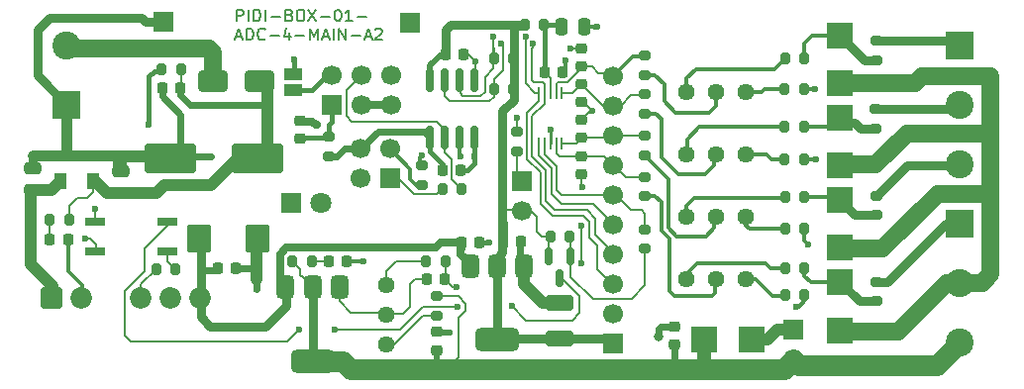
<source format=gbr>
%TF.GenerationSoftware,KiCad,Pcbnew,9.0.6*%
%TF.CreationDate,2025-12-12T12:45:13+00:00*%
%TF.ProjectId,PIDI-BOX-01-ADC-4-MAIN-A2,50494449-2d42-44f5-982d-30312d414443,rev?*%
%TF.SameCoordinates,Original*%
%TF.FileFunction,Copper,L1,Top*%
%TF.FilePolarity,Positive*%
%FSLAX46Y46*%
G04 Gerber Fmt 4.6, Leading zero omitted, Abs format (unit mm)*
G04 Created by KiCad (PCBNEW 9.0.6) date 2025-12-12 12:45:13*
%MOMM*%
%LPD*%
G01*
G04 APERTURE LIST*
G04 Aperture macros list*
%AMRoundRect*
0 Rectangle with rounded corners*
0 $1 Rounding radius*
0 $2 $3 $4 $5 $6 $7 $8 $9 X,Y pos of 4 corners*
0 Add a 4 corners polygon primitive as box body*
4,1,4,$2,$3,$4,$5,$6,$7,$8,$9,$2,$3,0*
0 Add four circle primitives for the rounded corners*
1,1,$1+$1,$2,$3*
1,1,$1+$1,$4,$5*
1,1,$1+$1,$6,$7*
1,1,$1+$1,$8,$9*
0 Add four rect primitives between the rounded corners*
20,1,$1+$1,$2,$3,$4,$5,0*
20,1,$1+$1,$4,$5,$6,$7,0*
20,1,$1+$1,$6,$7,$8,$9,0*
20,1,$1+$1,$8,$9,$2,$3,0*%
G04 Aperture macros list end*
%ADD10C,0.150000*%
%TA.AperFunction,NonConductor*%
%ADD11C,0.150000*%
%TD*%
%TA.AperFunction,SMDPad,CuDef*%
%ADD12RoundRect,0.200000X-0.200000X-0.275000X0.200000X-0.275000X0.200000X0.275000X-0.200000X0.275000X0*%
%TD*%
%TA.AperFunction,SMDPad,CuDef*%
%ADD13RoundRect,0.200000X0.200000X0.275000X-0.200000X0.275000X-0.200000X-0.275000X0.200000X-0.275000X0*%
%TD*%
%TA.AperFunction,SMDPad,CuDef*%
%ADD14R,1.750000X0.650000*%
%TD*%
%TA.AperFunction,SMDPad,CuDef*%
%ADD15R,1.500000X1.000000*%
%TD*%
%TA.AperFunction,SMDPad,CuDef*%
%ADD16RoundRect,0.225000X0.250000X-0.225000X0.250000X0.225000X-0.250000X0.225000X-0.250000X-0.225000X0*%
%TD*%
%TA.AperFunction,SMDPad,CuDef*%
%ADD17RoundRect,0.225000X-0.225000X-0.250000X0.225000X-0.250000X0.225000X0.250000X-0.225000X0.250000X0*%
%TD*%
%TA.AperFunction,SMDPad,CuDef*%
%ADD18RoundRect,0.200000X-0.275000X0.200000X-0.275000X-0.200000X0.275000X-0.200000X0.275000X0.200000X0*%
%TD*%
%TA.AperFunction,SMDPad,CuDef*%
%ADD19RoundRect,0.150000X-0.150000X0.587500X-0.150000X-0.587500X0.150000X-0.587500X0.150000X0.587500X0*%
%TD*%
%TA.AperFunction,SMDPad,CuDef*%
%ADD20R,2.260600X2.209800*%
%TD*%
%TA.AperFunction,SMDPad,CuDef*%
%ADD21RoundRect,0.225000X0.225000X0.250000X-0.225000X0.250000X-0.225000X-0.250000X0.225000X-0.250000X0*%
%TD*%
%TA.AperFunction,SMDPad,CuDef*%
%ADD22R,0.250000X1.100000*%
%TD*%
%TA.AperFunction,ComponentPad*%
%ADD23R,1.800000X1.800000*%
%TD*%
%TA.AperFunction,ComponentPad*%
%ADD24C,1.800000*%
%TD*%
%TA.AperFunction,ComponentPad*%
%ADD25R,1.700000X1.700000*%
%TD*%
%TA.AperFunction,ComponentPad*%
%ADD26C,1.700000*%
%TD*%
%TA.AperFunction,SMDPad,CuDef*%
%ADD27RoundRect,0.200000X0.275000X-0.200000X0.275000X0.200000X-0.275000X0.200000X-0.275000X-0.200000X0*%
%TD*%
%TA.AperFunction,SMDPad,CuDef*%
%ADD28RoundRect,0.225000X-0.250000X0.225000X-0.250000X-0.225000X0.250000X-0.225000X0.250000X0.225000X0*%
%TD*%
%TA.AperFunction,ComponentPad*%
%ADD29R,2.400000X2.400000*%
%TD*%
%TA.AperFunction,ComponentPad*%
%ADD30C,2.400000*%
%TD*%
%TA.AperFunction,SMDPad,CuDef*%
%ADD31RoundRect,0.250000X1.000000X0.650000X-1.000000X0.650000X-1.000000X-0.650000X1.000000X-0.650000X0*%
%TD*%
%TA.AperFunction,SMDPad,CuDef*%
%ADD32RoundRect,0.250000X0.945000X-0.420000X0.945000X0.420000X-0.945000X0.420000X-0.945000X-0.420000X0*%
%TD*%
%TA.AperFunction,SMDPad,CuDef*%
%ADD33RoundRect,0.375000X-0.375000X0.625000X-0.375000X-0.625000X0.375000X-0.625000X0.375000X0.625000X0*%
%TD*%
%TA.AperFunction,SMDPad,CuDef*%
%ADD34RoundRect,0.500000X-1.400000X0.500000X-1.400000X-0.500000X1.400000X-0.500000X1.400000X0.500000X0*%
%TD*%
%TA.AperFunction,SMDPad,CuDef*%
%ADD35RoundRect,0.150000X0.150000X-0.825000X0.150000X0.825000X-0.150000X0.825000X-0.150000X-0.825000X0*%
%TD*%
%TA.AperFunction,SMDPad,CuDef*%
%ADD36RoundRect,0.250000X0.475000X-0.250000X0.475000X0.250000X-0.475000X0.250000X-0.475000X-0.250000X0*%
%TD*%
%TA.AperFunction,ComponentPad*%
%ADD37C,1.440000*%
%TD*%
%TA.AperFunction,ComponentPad*%
%ADD38RoundRect,0.250000X0.675000X-0.675000X0.675000X0.675000X-0.675000X0.675000X-0.675000X-0.675000X0*%
%TD*%
%TA.AperFunction,ComponentPad*%
%ADD39C,1.850000*%
%TD*%
%TA.AperFunction,SMDPad,CuDef*%
%ADD40RoundRect,0.218750X0.218750X0.256250X-0.218750X0.256250X-0.218750X-0.256250X0.218750X-0.256250X0*%
%TD*%
%TA.AperFunction,SMDPad,CuDef*%
%ADD41R,1.000000X1.400000*%
%TD*%
%TA.AperFunction,SMDPad,CuDef*%
%ADD42RoundRect,0.250000X1.950000X1.000000X-1.950000X1.000000X-1.950000X-1.000000X1.950000X-1.000000X0*%
%TD*%
%TA.AperFunction,SMDPad,CuDef*%
%ADD43R,2.209800X2.260600*%
%TD*%
%TA.AperFunction,SMDPad,CuDef*%
%ADD44RoundRect,0.250000X-0.250000X-0.475000X0.250000X-0.475000X0.250000X0.475000X-0.250000X0.475000X0*%
%TD*%
%TA.AperFunction,SMDPad,CuDef*%
%ADD45RoundRect,0.250000X-0.785000X-0.945000X0.785000X-0.945000X0.785000X0.945000X-0.785000X0.945000X0*%
%TD*%
%TA.AperFunction,ViaPad*%
%ADD46C,0.600000*%
%TD*%
%TA.AperFunction,ViaPad*%
%ADD47C,0.800000*%
%TD*%
%TA.AperFunction,Conductor*%
%ADD48C,0.200000*%
%TD*%
%TA.AperFunction,Conductor*%
%ADD49C,1.000000*%
%TD*%
%TA.AperFunction,Conductor*%
%ADD50C,0.600000*%
%TD*%
%TA.AperFunction,Conductor*%
%ADD51C,1.200000*%
%TD*%
%TA.AperFunction,Conductor*%
%ADD52C,0.300000*%
%TD*%
%TA.AperFunction,Conductor*%
%ADD53C,1.500000*%
%TD*%
%TA.AperFunction,Conductor*%
%ADD54C,0.500000*%
%TD*%
%TA.AperFunction,Conductor*%
%ADD55C,0.400000*%
%TD*%
%TA.AperFunction,Conductor*%
%ADD56C,0.250000*%
%TD*%
%TA.AperFunction,Conductor*%
%ADD57C,0.800000*%
%TD*%
%TA.AperFunction,Conductor*%
%ADD58C,0.700000*%
%TD*%
%TA.AperFunction,Conductor*%
%ADD59C,0.900000*%
%TD*%
%TA.AperFunction,Conductor*%
%ADD60C,1.800000*%
%TD*%
G04 APERTURE END LIST*
D10*
D11*
X126336779Y-57684875D02*
X126336779Y-56684875D01*
X126336779Y-56684875D02*
X126717731Y-56684875D01*
X126717731Y-56684875D02*
X126812969Y-56732494D01*
X126812969Y-56732494D02*
X126860588Y-56780113D01*
X126860588Y-56780113D02*
X126908207Y-56875351D01*
X126908207Y-56875351D02*
X126908207Y-57018208D01*
X126908207Y-57018208D02*
X126860588Y-57113446D01*
X126860588Y-57113446D02*
X126812969Y-57161065D01*
X126812969Y-57161065D02*
X126717731Y-57208684D01*
X126717731Y-57208684D02*
X126336779Y-57208684D01*
X127336779Y-57684875D02*
X127336779Y-56684875D01*
X127812969Y-57684875D02*
X127812969Y-56684875D01*
X127812969Y-56684875D02*
X128051064Y-56684875D01*
X128051064Y-56684875D02*
X128193921Y-56732494D01*
X128193921Y-56732494D02*
X128289159Y-56827732D01*
X128289159Y-56827732D02*
X128336778Y-56922970D01*
X128336778Y-56922970D02*
X128384397Y-57113446D01*
X128384397Y-57113446D02*
X128384397Y-57256303D01*
X128384397Y-57256303D02*
X128336778Y-57446779D01*
X128336778Y-57446779D02*
X128289159Y-57542017D01*
X128289159Y-57542017D02*
X128193921Y-57637256D01*
X128193921Y-57637256D02*
X128051064Y-57684875D01*
X128051064Y-57684875D02*
X127812969Y-57684875D01*
X128812969Y-57684875D02*
X128812969Y-56684875D01*
X129289159Y-57303922D02*
X130051064Y-57303922D01*
X130860587Y-57161065D02*
X131003444Y-57208684D01*
X131003444Y-57208684D02*
X131051063Y-57256303D01*
X131051063Y-57256303D02*
X131098682Y-57351541D01*
X131098682Y-57351541D02*
X131098682Y-57494398D01*
X131098682Y-57494398D02*
X131051063Y-57589636D01*
X131051063Y-57589636D02*
X131003444Y-57637256D01*
X131003444Y-57637256D02*
X130908206Y-57684875D01*
X130908206Y-57684875D02*
X130527254Y-57684875D01*
X130527254Y-57684875D02*
X130527254Y-56684875D01*
X130527254Y-56684875D02*
X130860587Y-56684875D01*
X130860587Y-56684875D02*
X130955825Y-56732494D01*
X130955825Y-56732494D02*
X131003444Y-56780113D01*
X131003444Y-56780113D02*
X131051063Y-56875351D01*
X131051063Y-56875351D02*
X131051063Y-56970589D01*
X131051063Y-56970589D02*
X131003444Y-57065827D01*
X131003444Y-57065827D02*
X130955825Y-57113446D01*
X130955825Y-57113446D02*
X130860587Y-57161065D01*
X130860587Y-57161065D02*
X130527254Y-57161065D01*
X131717730Y-56684875D02*
X131908206Y-56684875D01*
X131908206Y-56684875D02*
X132003444Y-56732494D01*
X132003444Y-56732494D02*
X132098682Y-56827732D01*
X132098682Y-56827732D02*
X132146301Y-57018208D01*
X132146301Y-57018208D02*
X132146301Y-57351541D01*
X132146301Y-57351541D02*
X132098682Y-57542017D01*
X132098682Y-57542017D02*
X132003444Y-57637256D01*
X132003444Y-57637256D02*
X131908206Y-57684875D01*
X131908206Y-57684875D02*
X131717730Y-57684875D01*
X131717730Y-57684875D02*
X131622492Y-57637256D01*
X131622492Y-57637256D02*
X131527254Y-57542017D01*
X131527254Y-57542017D02*
X131479635Y-57351541D01*
X131479635Y-57351541D02*
X131479635Y-57018208D01*
X131479635Y-57018208D02*
X131527254Y-56827732D01*
X131527254Y-56827732D02*
X131622492Y-56732494D01*
X131622492Y-56732494D02*
X131717730Y-56684875D01*
X132479635Y-56684875D02*
X133146301Y-57684875D01*
X133146301Y-56684875D02*
X132479635Y-57684875D01*
X133527254Y-57303922D02*
X134289159Y-57303922D01*
X134955825Y-56684875D02*
X135051063Y-56684875D01*
X135051063Y-56684875D02*
X135146301Y-56732494D01*
X135146301Y-56732494D02*
X135193920Y-56780113D01*
X135193920Y-56780113D02*
X135241539Y-56875351D01*
X135241539Y-56875351D02*
X135289158Y-57065827D01*
X135289158Y-57065827D02*
X135289158Y-57303922D01*
X135289158Y-57303922D02*
X135241539Y-57494398D01*
X135241539Y-57494398D02*
X135193920Y-57589636D01*
X135193920Y-57589636D02*
X135146301Y-57637256D01*
X135146301Y-57637256D02*
X135051063Y-57684875D01*
X135051063Y-57684875D02*
X134955825Y-57684875D01*
X134955825Y-57684875D02*
X134860587Y-57637256D01*
X134860587Y-57637256D02*
X134812968Y-57589636D01*
X134812968Y-57589636D02*
X134765349Y-57494398D01*
X134765349Y-57494398D02*
X134717730Y-57303922D01*
X134717730Y-57303922D02*
X134717730Y-57065827D01*
X134717730Y-57065827D02*
X134765349Y-56875351D01*
X134765349Y-56875351D02*
X134812968Y-56780113D01*
X134812968Y-56780113D02*
X134860587Y-56732494D01*
X134860587Y-56732494D02*
X134955825Y-56684875D01*
X136241539Y-57684875D02*
X135670111Y-57684875D01*
X135955825Y-57684875D02*
X135955825Y-56684875D01*
X135955825Y-56684875D02*
X135860587Y-56827732D01*
X135860587Y-56827732D02*
X135765349Y-56922970D01*
X135765349Y-56922970D02*
X135670111Y-56970589D01*
X136670111Y-57303922D02*
X137432016Y-57303922D01*
X126289160Y-59009104D02*
X126765350Y-59009104D01*
X126193922Y-59294819D02*
X126527255Y-58294819D01*
X126527255Y-58294819D02*
X126860588Y-59294819D01*
X127193922Y-59294819D02*
X127193922Y-58294819D01*
X127193922Y-58294819D02*
X127432017Y-58294819D01*
X127432017Y-58294819D02*
X127574874Y-58342438D01*
X127574874Y-58342438D02*
X127670112Y-58437676D01*
X127670112Y-58437676D02*
X127717731Y-58532914D01*
X127717731Y-58532914D02*
X127765350Y-58723390D01*
X127765350Y-58723390D02*
X127765350Y-58866247D01*
X127765350Y-58866247D02*
X127717731Y-59056723D01*
X127717731Y-59056723D02*
X127670112Y-59151961D01*
X127670112Y-59151961D02*
X127574874Y-59247200D01*
X127574874Y-59247200D02*
X127432017Y-59294819D01*
X127432017Y-59294819D02*
X127193922Y-59294819D01*
X128765350Y-59199580D02*
X128717731Y-59247200D01*
X128717731Y-59247200D02*
X128574874Y-59294819D01*
X128574874Y-59294819D02*
X128479636Y-59294819D01*
X128479636Y-59294819D02*
X128336779Y-59247200D01*
X128336779Y-59247200D02*
X128241541Y-59151961D01*
X128241541Y-59151961D02*
X128193922Y-59056723D01*
X128193922Y-59056723D02*
X128146303Y-58866247D01*
X128146303Y-58866247D02*
X128146303Y-58723390D01*
X128146303Y-58723390D02*
X128193922Y-58532914D01*
X128193922Y-58532914D02*
X128241541Y-58437676D01*
X128241541Y-58437676D02*
X128336779Y-58342438D01*
X128336779Y-58342438D02*
X128479636Y-58294819D01*
X128479636Y-58294819D02*
X128574874Y-58294819D01*
X128574874Y-58294819D02*
X128717731Y-58342438D01*
X128717731Y-58342438D02*
X128765350Y-58390057D01*
X129193922Y-58913866D02*
X129955827Y-58913866D01*
X130860588Y-58628152D02*
X130860588Y-59294819D01*
X130622493Y-58247200D02*
X130384398Y-58961485D01*
X130384398Y-58961485D02*
X131003445Y-58961485D01*
X131384398Y-58913866D02*
X132146303Y-58913866D01*
X132622493Y-59294819D02*
X132622493Y-58294819D01*
X132622493Y-58294819D02*
X132955826Y-59009104D01*
X132955826Y-59009104D02*
X133289159Y-58294819D01*
X133289159Y-58294819D02*
X133289159Y-59294819D01*
X133717731Y-59009104D02*
X134193921Y-59009104D01*
X133622493Y-59294819D02*
X133955826Y-58294819D01*
X133955826Y-58294819D02*
X134289159Y-59294819D01*
X134622493Y-59294819D02*
X134622493Y-58294819D01*
X135098683Y-59294819D02*
X135098683Y-58294819D01*
X135098683Y-58294819D02*
X135670111Y-59294819D01*
X135670111Y-59294819D02*
X135670111Y-58294819D01*
X136146302Y-58913866D02*
X136908207Y-58913866D01*
X137336778Y-59009104D02*
X137812968Y-59009104D01*
X137241540Y-59294819D02*
X137574873Y-58294819D01*
X137574873Y-58294819D02*
X137908206Y-59294819D01*
X138193921Y-58390057D02*
X138241540Y-58342438D01*
X138241540Y-58342438D02*
X138336778Y-58294819D01*
X138336778Y-58294819D02*
X138574873Y-58294819D01*
X138574873Y-58294819D02*
X138670111Y-58342438D01*
X138670111Y-58342438D02*
X138717730Y-58390057D01*
X138717730Y-58390057D02*
X138765349Y-58485295D01*
X138765349Y-58485295D02*
X138765349Y-58580533D01*
X138765349Y-58580533D02*
X138717730Y-58723390D01*
X138717730Y-58723390D02*
X138146302Y-59294819D01*
X138146302Y-59294819D02*
X138765349Y-59294819D01*
D12*
%TO.P,R31,1*%
%TO.N,+3V3*%
X153149800Y-76073000D03*
%TO.P,R31,2*%
%TO.N,Net-(Q1-B)*%
X154799800Y-76073000D03*
%TD*%
D13*
%TO.P,R20,1*%
%TO.N,Net-(CR2-Pad1)*%
X174865800Y-60883800D03*
%TO.P,R20,2*%
%TO.N,Net-(R20-Pad2)*%
X173215800Y-60883800D03*
%TD*%
D14*
%TO.P,IC1,1*%
%TO.N,Net-(IC1-Pad1)*%
X120423000Y-77368400D03*
%TO.P,IC1,2*%
%TO.N,Net-(Q1-C)*%
X120423000Y-74828400D03*
%TO.P,IC1,3,E*%
%TO.N,Net-(IC1-E)*%
X114273000Y-74828400D03*
%TO.P,IC1,4,C*%
%TO.N,Net-(IC1-C)*%
X114273000Y-77368400D03*
%TD*%
D15*
%TO.P,JP1,1,A*%
%TO.N,Net-(IC1-C)*%
X131216400Y-62240400D03*
%TO.P,JP1,2,B*%
%TO.N,Net-(J2-Pin_2)*%
X131216400Y-63540400D03*
%TD*%
D16*
%TO.P,C15,1*%
%TO.N,AIN3*%
X155829000Y-61582600D03*
%TO.P,C15,2*%
%TO.N,GND*%
X155829000Y-60032600D03*
%TD*%
D17*
%TO.P,C3,1*%
%TO.N,+3V3*%
X149085000Y-76504800D03*
%TO.P,C3,2*%
%TO.N,GND*%
X150635000Y-76504800D03*
%TD*%
%TO.P,C8,1*%
%TO.N,Net-(U3-ADJ)*%
X142582600Y-79705200D03*
%TO.P,C8,2*%
%TO.N,GND*%
X144132600Y-79705200D03*
%TD*%
D13*
%TO.P,R22,1*%
%TO.N,Net-(CR4-Pad1)*%
X174879000Y-72745600D03*
%TO.P,R22,2*%
%TO.N,Net-(R22-Pad2)*%
X173229000Y-72745600D03*
%TD*%
D18*
%TO.P,R3,1*%
%TO.N,Net-(J2-Pin_6)*%
X142200000Y-70025000D03*
%TO.P,R3,2*%
%TO.N,Net-(J3-Pin_3)*%
X142200000Y-71675000D03*
%TD*%
D19*
%TO.P,Q1,1,B*%
%TO.N,Net-(Q1-B)*%
X154924800Y-77827900D03*
%TO.P,Q1,2,E*%
%TO.N,+3V3*%
X153024800Y-77827900D03*
%TO.P,Q1,3,C*%
%TO.N,Net-(Q1-C)*%
X153974800Y-79702900D03*
%TD*%
D20*
%TO.P,CR3,1,1*%
%TO.N,Net-(CR3-Pad1)*%
X177901600Y-65925700D03*
%TO.P,CR3,2,2*%
%TO.N,GND*%
X177901600Y-70015100D03*
%TD*%
D21*
%TO.P,C21,1*%
%TO.N,+12V*%
X121525000Y-63425600D03*
%TO.P,C21,2*%
%TO.N,Net-(D2-K)*%
X119975000Y-63425600D03*
%TD*%
D22*
%TO.P,U4,1,ADDR*%
%TO.N,ADDR*%
X152162000Y-68113800D03*
%TO.P,U4,2,ALERT/RDY*%
%TO.N,RDY*%
X152662000Y-68113800D03*
%TO.P,U4,3,GND*%
%TO.N,GND*%
X153162000Y-68113800D03*
%TO.P,U4,4,AIN0*%
%TO.N,AIN0*%
X153662000Y-68113800D03*
%TO.P,U4,5,AIN1*%
%TO.N,AIN1*%
X154162000Y-68113800D03*
%TO.P,U4,6,AIN2*%
%TO.N,AIN2*%
X154162000Y-63813800D03*
%TO.P,U4,7,AIN3*%
%TO.N,AIN3*%
X153662000Y-63813800D03*
%TO.P,U4,8,VDD*%
%TO.N,Net-(U4-VDD)*%
X153162000Y-63813800D03*
%TO.P,U4,9,SDA*%
%TO.N,SDA2*%
X152662000Y-63813800D03*
%TO.P,U4,10,SCL*%
%TO.N,SCL2*%
X152162000Y-63813800D03*
%TD*%
D23*
%TO.P,D3,1,K*%
%TO.N,Net-(D2-K)*%
X131030000Y-73200000D03*
D24*
%TO.P,D3,2,A*%
%TO.N,Net-(D3-A)*%
X133570000Y-73200000D03*
%TD*%
D12*
%TO.P,R7,1*%
%TO.N,SCL2*%
X148349200Y-60833000D03*
%TO.P,R7,2*%
%TO.N,+3V3*%
X149999200Y-60833000D03*
%TD*%
D18*
%TO.P,R5,1*%
%TO.N,+4-7Vext*%
X143459200Y-81217000D03*
%TO.P,R5,2*%
%TO.N,Net-(R5-Pad2)*%
X143459200Y-82867000D03*
%TD*%
D25*
%TO.P,J10,1,Pin_1*%
%TO.N,Net-(D2-K)*%
X120075000Y-57750000D03*
%TD*%
%TO.P,J1,1,Pin_1*%
%TO.N,+3V3*%
X158521400Y-85217000D03*
D26*
%TO.P,J1,2,Pin_2*%
%TO.N,GND*%
X158521400Y-82677000D03*
%TO.P,J1,3,Pin_3*%
%TO.N,SCL2*%
X158521400Y-80137000D03*
%TO.P,J1,4,Pin_4*%
%TO.N,SDA2*%
X158521400Y-77597000D03*
%TO.P,J1,5,Pin_5*%
%TO.N,ADDR*%
X158521400Y-75057000D03*
%TO.P,J1,6,Pin_6*%
%TO.N,RDY*%
X158521400Y-72517000D03*
%TO.P,J1,7,Pin_7*%
%TO.N,AIN0*%
X158521400Y-69977000D03*
%TO.P,J1,8,Pin_8*%
%TO.N,AIN1*%
X158521400Y-67437000D03*
%TO.P,J1,9,Pin_9*%
%TO.N,AIN2*%
X158521400Y-64897000D03*
%TO.P,J1,10,Pin_10*%
%TO.N,AIN3*%
X158521400Y-62357000D03*
%TD*%
D20*
%TO.P,CR4,1,1*%
%TO.N,Net-(CR4-Pad1)*%
X177901600Y-72961500D03*
%TO.P,CR4,2,2*%
%TO.N,GND*%
X177901600Y-77050900D03*
%TD*%
D16*
%TO.P,C6,1*%
%TO.N,+4-7Vext*%
X143459200Y-85814200D03*
%TO.P,C6,2*%
%TO.N,GND*%
X143459200Y-84264200D03*
%TD*%
D27*
%TO.P,R11,1*%
%TO.N,Net-(R11-Pad1)*%
X161239200Y-62293000D03*
%TO.P,R11,2*%
%TO.N,AIN3*%
X161239200Y-60643000D03*
%TD*%
D12*
%TO.P,R19,1*%
%TO.N,Net-(D2-A)*%
X110375000Y-74700000D03*
%TO.P,R19,2*%
%TO.N,+12V*%
X112025000Y-74700000D03*
%TD*%
D17*
%TO.P,C13,1*%
%TO.N,Net-(U4-VDD)*%
X152666400Y-62026800D03*
%TO.P,C13,2*%
%TO.N,GND*%
X154216400Y-62026800D03*
%TD*%
D28*
%TO.P,C16,1*%
%TO.N,AIN2*%
X155829000Y-63055200D03*
%TO.P,C16,2*%
%TO.N,GND*%
X155829000Y-64605200D03*
%TD*%
D27*
%TO.P,R13,1*%
%TO.N,Net-(R13-Pad1)*%
X161239200Y-69151000D03*
%TO.P,R13,2*%
%TO.N,AIN1*%
X161239200Y-67501000D03*
%TD*%
D29*
%TO.P,J6,1,1*%
%TO.N,Net-(J6-Pad1)*%
X188163200Y-59791600D03*
D30*
%TO.P,J6,2,2*%
%TO.N,Net-(J6-Pad2)*%
X188163200Y-64871600D03*
%TO.P,J6,3,3*%
%TO.N,Net-(J6-Pad3)*%
X188163200Y-69951600D03*
%TD*%
D12*
%TO.P,R15,1*%
%TO.N,Net-(R15-Pad1)*%
X173190400Y-63500000D03*
%TO.P,R15,2*%
%TO.N,GND*%
X174840400Y-63500000D03*
%TD*%
D18*
%TO.P,R27,1*%
%TO.N,Net-(J7-Pad1)*%
X181025800Y-79997800D03*
%TO.P,R27,2*%
%TO.N,Net-(CR5-Pad1)*%
X181025800Y-81647800D03*
%TD*%
D16*
%TO.P,C9,1*%
%TO.N,+4-7Vext*%
X163775000Y-85350000D03*
%TO.P,C9,2*%
%TO.N,GND*%
X163775000Y-83800000D03*
%TD*%
D20*
%TO.P,CR2,1,1*%
%TO.N,Net-(CR2-Pad1)*%
X177901600Y-58877200D03*
%TO.P,CR2,2,2*%
%TO.N,GND*%
X177901600Y-62966600D03*
%TD*%
D17*
%TO.P,C5,1*%
%TO.N,Net-(J3-Pin_2)*%
X143975000Y-70450000D03*
%TO.P,C5,2*%
%TO.N,Net-(IC1-E)*%
X145525000Y-70450000D03*
%TD*%
D31*
%TO.P,D4,1,K*%
%TO.N,+12V*%
X128300000Y-62800000D03*
%TO.P,D4,2,A*%
%TO.N,Net-(D4-A)*%
X124300000Y-62800000D03*
%TD*%
D32*
%TO.P,C2,1*%
%TO.N,+3V3*%
X153924000Y-84852000D03*
%TO.P,C2,2*%
%TO.N,GND*%
X153924000Y-81772000D03*
%TD*%
D29*
%TO.P,J7,1,1*%
%TO.N,Net-(J7-Pad1)*%
X188163200Y-74980800D03*
D30*
%TO.P,J7,2,2*%
%TO.N,GND*%
X188163200Y-80060800D03*
%TO.P,J7,3,3*%
%TO.N,+4-7Vext*%
X188163200Y-85140800D03*
%TD*%
D33*
%TO.P,U3,1,ADJ*%
%TO.N,Net-(U3-ADJ)*%
X135137500Y-80450000D03*
%TO.P,U3,2,VO*%
%TO.N,+4-7Vext*%
X132837500Y-80450000D03*
D34*
X132837500Y-86750000D03*
D33*
%TO.P,U3,3,VI*%
%TO.N,+9V*%
X130537500Y-80450000D03*
%TD*%
D35*
%TO.P,U2,1,VDD1*%
%TO.N,Net-(J3-Pin_2)*%
X142889200Y-67651400D03*
%TO.P,U2,2,SDA1*%
%TO.N,Net-(J2-Pin_4)*%
X144159200Y-67651400D03*
%TO.P,U2,3,SCL1*%
%TO.N,Net-(J2-Pin_6)*%
X145429200Y-67651400D03*
%TO.P,U2,4,GND1*%
%TO.N,Net-(IC1-E)*%
X146699200Y-67651400D03*
%TO.P,U2,5,GND2*%
%TO.N,GND*%
X146699200Y-62701400D03*
%TO.P,U2,6,SCL2*%
%TO.N,SCL2*%
X145429200Y-62701400D03*
%TO.P,U2,7,SDA2*%
%TO.N,SDA2*%
X144159200Y-62701400D03*
%TO.P,U2,8,VDD2*%
%TO.N,+3V3*%
X142889200Y-62701400D03*
%TD*%
D12*
%TO.P,R16,1*%
%TO.N,Net-(R16-Pad1)*%
X173190400Y-69494400D03*
%TO.P,R16,2*%
%TO.N,GND*%
X174840400Y-69494400D03*
%TD*%
D27*
%TO.P,R14,1*%
%TO.N,Net-(R14-Pad1)*%
X161239200Y-72656200D03*
%TO.P,R14,2*%
%TO.N,AIN0*%
X161239200Y-71006200D03*
%TD*%
D25*
%TO.P,J3,1,Pin_1*%
%TO.N,Net-(J3-Pin_1)*%
X139500000Y-71150000D03*
D26*
%TO.P,J3,2,Pin_2*%
%TO.N,Net-(J3-Pin_2)*%
X136960000Y-71150000D03*
%TO.P,J3,3,Pin_3*%
%TO.N,Net-(J3-Pin_3)*%
X139500000Y-68610000D03*
%TO.P,J3,4,Pin_4*%
%TO.N,Net-(J3-Pin_2)*%
X136960000Y-68610000D03*
%TD*%
D29*
%TO.P,J8,1,1*%
%TO.N,Net-(D2-K)*%
X111810800Y-64820800D03*
D30*
%TO.P,J8,2,2*%
%TO.N,Net-(D4-A)*%
X111810800Y-59740800D03*
%TD*%
D36*
%TO.P,C19,1*%
%TO.N,+12V*%
X116450000Y-72400000D03*
%TO.P,C19,2*%
%TO.N,Net-(D2-K)*%
X116450000Y-70500000D03*
%TD*%
D27*
%TO.P,R1,1*%
%TO.N,Net-(J3-Pin_2)*%
X134188200Y-69227200D03*
%TO.P,R1,2*%
%TO.N,/+5V I2C BUS*%
X134188200Y-67577200D03*
%TD*%
D16*
%TO.P,C1,1*%
%TO.N,/+5V I2C BUS*%
X131800600Y-67754800D03*
%TO.P,C1,2*%
%TO.N,Net-(IC1-E)*%
X131800600Y-66204800D03*
%TD*%
D25*
%TO.P,J9,1,Pin_1*%
%TO.N,GND*%
X141150000Y-57800000D03*
%TD*%
D37*
%TO.P,RV1,1,1*%
%TO.N,Net-(R6-Pad1)*%
X139136200Y-80213200D03*
%TO.P,RV1,2,2*%
%TO.N,Net-(U3-ADJ)*%
X139136200Y-82753200D03*
%TO.P,RV1,3,3*%
%TO.N,Net-(R5-Pad2)*%
X139136200Y-85293200D03*
%TD*%
D25*
%TO.P,J5,1,Pin_1*%
%TO.N,Net-(J5-Pin_1)*%
X150749000Y-71369000D03*
D26*
%TO.P,J5,2,Pin_2*%
%TO.N,+3V3*%
X150749000Y-73909000D03*
%TD*%
D37*
%TO.P,RV3,1,1*%
%TO.N,Net-(R21-Pad2)*%
X164820000Y-69100000D03*
%TO.P,RV3,2,2*%
%TO.N,Net-(R12-Pad1)*%
X167360000Y-69100000D03*
%TO.P,RV3,3,3*%
%TO.N,Net-(R16-Pad1)*%
X169900000Y-69100000D03*
%TD*%
D12*
%TO.P,R28,1*%
%TO.N,Net-(D3-A)*%
X119925000Y-61800000D03*
%TO.P,R28,2*%
%TO.N,+12V*%
X121575000Y-61800000D03*
%TD*%
D13*
%TO.P,R4,1*%
%TO.N,Net-(D1-A)*%
X132752600Y-78232000D03*
%TO.P,R4,2*%
%TO.N,+4-7Vext*%
X131102600Y-78232000D03*
%TD*%
D18*
%TO.P,R26,1*%
%TO.N,Net-(J6-Pad3)*%
X181025800Y-72606400D03*
%TO.P,R26,2*%
%TO.N,Net-(CR4-Pad1)*%
X181025800Y-74256400D03*
%TD*%
D13*
%TO.P,R10,1*%
%TO.N,Net-(U4-VDD)*%
X152615400Y-57988200D03*
%TO.P,R10,2*%
%TO.N,+3V3*%
X150965400Y-57988200D03*
%TD*%
D38*
%TO.P,PS1,1,+Vin*%
%TO.N,Net-(PS1-+Vin)*%
X110550800Y-81385600D03*
D39*
%TO.P,PS1,2,-Vin*%
%TO.N,Net-(D2-K)*%
X113090800Y-81385600D03*
%TO.P,PS1,4,-Vout*%
%TO.N,GND*%
X118170800Y-81385600D03*
%TO.P,PS1,5,0V*%
%TO.N,unconnected-(PS1-0V-Pad5)*%
X120710800Y-81385600D03*
%TO.P,PS1,6,+Vout*%
%TO.N,+9V*%
X123250800Y-81385600D03*
%TD*%
D13*
%TO.P,R21,1*%
%TO.N,Net-(CR3-Pad1)*%
X174853600Y-66725800D03*
%TO.P,R21,2*%
%TO.N,Net-(R21-Pad2)*%
X173203600Y-66725800D03*
%TD*%
D40*
%TO.P,D1,1,K*%
%TO.N,GND*%
X135763100Y-78232000D03*
%TO.P,D1,2,A*%
%TO.N,Net-(D1-A)*%
X134188100Y-78232000D03*
%TD*%
%TO.P,D2,1,K*%
%TO.N,Net-(D2-K)*%
X111936700Y-76351000D03*
%TO.P,D2,2,A*%
%TO.N,Net-(D2-A)*%
X110361700Y-76351000D03*
%TD*%
D12*
%TO.P,R29,1*%
%TO.N,GND*%
X119469400Y-78892400D03*
%TO.P,R29,2*%
%TO.N,Net-(IC1-Pad1)*%
X121119400Y-78892400D03*
%TD*%
D33*
%TO.P,U1,1,GND*%
%TO.N,GND*%
X150904000Y-78638400D03*
%TO.P,U1,2,VO*%
%TO.N,+3V3*%
X148604000Y-78638400D03*
D34*
X148604000Y-84938400D03*
D33*
%TO.P,U1,3,VI*%
%TO.N,+9V*%
X146304000Y-78638400D03*
%TD*%
D41*
%TO.P,L1,1,1*%
%TO.N,+12V*%
X114075000Y-71400000D03*
%TO.P,L1,2,2*%
%TO.N,Net-(PS1-+Vin)*%
X111275000Y-71400000D03*
%TD*%
D42*
%TO.P,C20,1*%
%TO.N,+12V*%
X128100000Y-69375000D03*
%TO.P,C20,2*%
%TO.N,Net-(D2-K)*%
X120700000Y-69375000D03*
%TD*%
D12*
%TO.P,R6,1*%
%TO.N,Net-(R6-Pad1)*%
X142532600Y-78181200D03*
%TO.P,R6,2*%
%TO.N,GND*%
X144182600Y-78181200D03*
%TD*%
D43*
%TO.P,CR1,1,1*%
%TO.N,GND*%
X170369700Y-84875000D03*
%TO.P,CR1,2,2*%
%TO.N,+4-7Vext*%
X166280300Y-84875000D03*
%TD*%
D17*
%TO.P,C4,1*%
%TO.N,+9V*%
X145529000Y-76581000D03*
%TO.P,C4,2*%
%TO.N,GND*%
X147079000Y-76581000D03*
%TD*%
D27*
%TO.P,R9,1*%
%TO.N,Net-(J5-Pin_1)*%
X150317200Y-68820800D03*
%TO.P,R9,2*%
%TO.N,GND*%
X150317200Y-67170800D03*
%TD*%
%TO.P,R12,1*%
%TO.N,Net-(R12-Pad1)*%
X161239200Y-65569600D03*
%TO.P,R12,2*%
%TO.N,AIN2*%
X161239200Y-63919600D03*
%TD*%
D12*
%TO.P,R18,1*%
%TO.N,Net-(R18-Pad1)*%
X173215800Y-81102200D03*
%TO.P,R18,2*%
%TO.N,GND*%
X174865800Y-81102200D03*
%TD*%
D44*
%TO.P,C12,1*%
%TO.N,Net-(U4-VDD)*%
X154142400Y-58166000D03*
%TO.P,C12,2*%
%TO.N,GND*%
X156042400Y-58166000D03*
%TD*%
D37*
%TO.P,RV4,1,1*%
%TO.N,Net-(R22-Pad2)*%
X164820000Y-74425000D03*
%TO.P,RV4,2,2*%
%TO.N,Net-(R13-Pad1)*%
X167360000Y-74425000D03*
%TO.P,RV4,3,3*%
%TO.N,Net-(R17-Pad1)*%
X169900000Y-74425000D03*
%TD*%
D20*
%TO.P,CR5,1,1*%
%TO.N,Net-(CR5-Pad1)*%
X177952400Y-80022700D03*
%TO.P,CR5,2,2*%
%TO.N,GND*%
X177952400Y-84112100D03*
%TD*%
D25*
%TO.P,J2,1,Pin_1*%
%TO.N,/+5V I2C BUS*%
X134467600Y-64846200D03*
D26*
%TO.P,J2,2,Pin_2*%
%TO.N,Net-(J2-Pin_2)*%
X134467600Y-62306200D03*
%TO.P,J2,3,Pin_3*%
%TO.N,Net-(IC1-E)*%
X137007600Y-64846200D03*
%TO.P,J2,4,Pin_4*%
%TO.N,Net-(J2-Pin_4)*%
X137007600Y-62306200D03*
%TO.P,J2,5,Pin_5*%
%TO.N,Net-(IC1-E)*%
X139547600Y-64846200D03*
%TO.P,J2,6,Pin_6*%
%TO.N,Net-(J2-Pin_6)*%
X139547600Y-62306200D03*
%TD*%
D18*
%TO.P,R24,1*%
%TO.N,Net-(J6-Pad1)*%
X181025800Y-59360800D03*
%TO.P,R24,2*%
%TO.N,Net-(CR2-Pad1)*%
X181025800Y-61010800D03*
%TD*%
%TO.P,R25,1*%
%TO.N,Net-(J6-Pad2)*%
X180924200Y-65215000D03*
%TO.P,R25,2*%
%TO.N,Net-(CR3-Pad1)*%
X180924200Y-66865000D03*
%TD*%
D16*
%TO.P,C17,1*%
%TO.N,AIN1*%
X155829000Y-67653200D03*
%TO.P,C17,2*%
%TO.N,GND*%
X155829000Y-66103200D03*
%TD*%
D17*
%TO.P,C7,1*%
%TO.N,+3V3*%
X144195200Y-60528200D03*
%TO.P,C7,2*%
%TO.N,GND*%
X145745200Y-60528200D03*
%TD*%
D12*
%TO.P,R17,1*%
%TO.N,Net-(R17-Pad1)*%
X173229000Y-75438000D03*
%TO.P,R17,2*%
%TO.N,GND*%
X174879000Y-75438000D03*
%TD*%
D37*
%TO.P,RV5,1,1*%
%TO.N,Net-(R23-Pad2)*%
X164820000Y-79750000D03*
%TO.P,RV5,2,2*%
%TO.N,Net-(R14-Pad1)*%
X167360000Y-79750000D03*
%TO.P,RV5,3,3*%
%TO.N,Net-(R18-Pad1)*%
X169900000Y-79750000D03*
%TD*%
D28*
%TO.P,C18,1*%
%TO.N,AIN0*%
X155803600Y-69214400D03*
%TO.P,C18,2*%
%TO.N,GND*%
X155803600Y-70764400D03*
%TD*%
D45*
%TO.P,C10,1*%
%TO.N,+9V*%
X123158400Y-76250800D03*
%TO.P,C10,2*%
%TO.N,GND*%
X128098400Y-76250800D03*
%TD*%
D36*
%TO.P,C14,1*%
%TO.N,Net-(PS1-+Vin)*%
X108939200Y-72139600D03*
%TO.P,C14,2*%
%TO.N,Net-(D2-K)*%
X108939200Y-70239600D03*
%TD*%
D12*
%TO.P,R8,1*%
%TO.N,SDA2*%
X148362400Y-63474600D03*
%TO.P,R8,2*%
%TO.N,+3V3*%
X150012400Y-63474600D03*
%TD*%
D25*
%TO.P,J4,1,Pin_1*%
%TO.N,GND*%
X173939200Y-84099400D03*
D26*
%TO.P,J4,2,Pin_2*%
%TO.N,+4-7Vext*%
X173939200Y-86639400D03*
%TD*%
D27*
%TO.P,R30,1*%
%TO.N,Net-(Q1-B)*%
X161264600Y-77126600D03*
%TO.P,R30,2*%
%TO.N,RDY*%
X161264600Y-75476600D03*
%TD*%
D17*
%TO.P,C11,1*%
%TO.N,+9V*%
X124751800Y-78841600D03*
%TO.P,C11,2*%
%TO.N,GND*%
X126301800Y-78841600D03*
%TD*%
D13*
%TO.P,R23,1*%
%TO.N,Net-(CR5-Pad1)*%
X174904400Y-78790800D03*
%TO.P,R23,2*%
%TO.N,Net-(R23-Pad2)*%
X173254400Y-78790800D03*
%TD*%
%TO.P,R2,1*%
%TO.N,Net-(J2-Pin_4)*%
X145575000Y-72000000D03*
%TO.P,R2,2*%
%TO.N,Net-(J3-Pin_1)*%
X143925000Y-72000000D03*
%TD*%
D37*
%TO.P,RV2,1,1*%
%TO.N,Net-(R20-Pad2)*%
X164810000Y-63750000D03*
%TO.P,RV2,2,2*%
%TO.N,Net-(R11-Pad1)*%
X167350000Y-63750000D03*
%TO.P,RV2,3,3*%
%TO.N,Net-(R15-Pad1)*%
X169890000Y-63750000D03*
%TD*%
D46*
%TO.N,GND*%
X155905200Y-71831200D03*
X151688800Y-80924400D03*
D47*
X162407600Y-84683600D03*
D46*
X174218600Y-82092800D03*
X175920400Y-69494400D03*
X154914600Y-59994800D03*
X128066800Y-80619600D03*
X137160000Y-78181200D03*
X175768000Y-63500000D03*
X128066800Y-79806800D03*
X153162000Y-66954400D03*
X146735800Y-61137800D03*
X147904200Y-76581000D03*
X128050000Y-79044800D03*
X150342600Y-65963800D03*
X156718000Y-65328800D03*
X157149800Y-58191400D03*
X151180800Y-80416400D03*
X144526000Y-84277200D03*
X150585200Y-77266800D03*
X175234600Y-76784200D03*
X145135600Y-80416400D03*
X154432000Y-61061600D03*
%TO.N,Net-(IC1-E)*%
X114225000Y-73750000D03*
X146650000Y-69250000D03*
X133172200Y-66550000D03*
%TO.N,Net-(D2-K)*%
X124155200Y-69265800D03*
%TO.N,Net-(J2-Pin_6)*%
X145450000Y-69250000D03*
X142184000Y-69189600D03*
%TO.N,SCL2*%
X148310600Y-58978800D03*
X151053800Y-58978800D03*
%TO.N,Net-(IC1-C)*%
X113385600Y-76301600D03*
X131267200Y-60909200D03*
%TO.N,SDA2*%
X148996400Y-59588400D03*
X151688800Y-59588400D03*
%TO.N,Net-(D3-A)*%
X118850000Y-66500000D03*
%TO.N,Net-(Q1-C)*%
X149885400Y-82067400D03*
X131673600Y-84074000D03*
X145237200Y-82092800D03*
X134721600Y-84023200D03*
%TO.N,Net-(JP3-C)*%
X155829000Y-78384400D03*
X155829000Y-75133200D03*
%TD*%
D48*
%TO.N,Net-(D2-A)*%
X110361700Y-76351000D02*
X110361700Y-74713300D01*
X110361700Y-74713300D02*
X110375000Y-74700000D01*
%TO.N,+12V*%
X114200000Y-71850000D02*
X114250800Y-71900800D01*
X114075000Y-72300000D02*
X114075000Y-71400000D01*
D49*
X116450000Y-72400000D02*
X119500000Y-72400000D01*
D48*
X114200000Y-71525000D02*
X114200000Y-71850000D01*
X121575000Y-61800000D02*
X121575000Y-63375600D01*
D49*
X114250000Y-71400000D02*
X115250000Y-72400000D01*
X115250000Y-72400000D02*
X116450000Y-72400000D01*
X126584200Y-69265800D02*
X127812800Y-69265800D01*
D48*
X112725000Y-72775000D02*
X113600000Y-72775000D01*
D50*
X128950000Y-64800000D02*
X128929200Y-64820800D01*
D49*
X114075000Y-71400000D02*
X114250000Y-71400000D01*
D48*
X121575000Y-63375600D02*
X121525000Y-63425600D01*
D49*
X128871200Y-69265800D02*
X128950000Y-69187000D01*
D50*
X128929200Y-64820800D02*
X122370800Y-64820800D01*
D49*
X120170400Y-71729600D02*
X124120400Y-71729600D01*
D51*
X127812800Y-69265800D02*
X128871200Y-69265800D01*
D48*
X112025000Y-74700000D02*
X112025000Y-73475000D01*
D49*
X128950000Y-69187000D02*
X128950000Y-63450000D01*
D50*
X121525000Y-63975000D02*
X121525000Y-63425600D01*
X122370800Y-64820800D02*
X121525000Y-63975000D01*
D49*
X119500000Y-72400000D02*
X120170400Y-71729600D01*
D48*
X113600000Y-72775000D02*
X114075000Y-72300000D01*
D49*
X128950000Y-63450000D02*
X128300000Y-62800000D01*
X124120400Y-71729600D02*
X126584200Y-69265800D01*
D48*
X114075000Y-71400000D02*
X114200000Y-71525000D01*
X112025000Y-73475000D02*
X112725000Y-72775000D01*
X112050000Y-74675000D02*
X112025000Y-74700000D01*
D50*
%TO.N,GND*%
X162625000Y-83800000D02*
X163775000Y-83800000D01*
X147028200Y-76504800D02*
X146926600Y-76606400D01*
D52*
X154432000Y-61811200D02*
X154216400Y-62026800D01*
D50*
X150585200Y-78319600D02*
X150585200Y-77266800D01*
D49*
X172542200Y-84099400D02*
X173939200Y-84099400D01*
D48*
X146126200Y-60528200D02*
X146735800Y-61137800D01*
D52*
X177952400Y-70065900D02*
X177952400Y-70472300D01*
D49*
X170394700Y-84500000D02*
X170394700Y-84850000D01*
D53*
X181559200Y-77139800D02*
X186258200Y-72440800D01*
X190779400Y-67259200D02*
X183692800Y-67259200D01*
D49*
X150904000Y-78638400D02*
X150825900Y-78560300D01*
D48*
X146735800Y-61137800D02*
X146735800Y-62664800D01*
X146699200Y-61926400D02*
X146699200Y-62701400D01*
D50*
X128050000Y-79044800D02*
X128050000Y-79762400D01*
D49*
X170394700Y-84850000D02*
X170369700Y-84875000D01*
D53*
X181000400Y-69951600D02*
X177965100Y-69951600D01*
D52*
X174865800Y-81647800D02*
X174865800Y-81102200D01*
D48*
X144843800Y-80416400D02*
X145135600Y-80416400D01*
D54*
X144526000Y-84277200D02*
X144475200Y-84328000D01*
D49*
X150904000Y-80139600D02*
X150904000Y-78638400D01*
D48*
X144182600Y-78181200D02*
X144182600Y-79655200D01*
D53*
X184937400Y-62407800D02*
X190779400Y-62407800D01*
D50*
X128066800Y-79061600D02*
X128050000Y-79044800D01*
D52*
X157099000Y-58242200D02*
X156946600Y-58242200D01*
X174840400Y-63500000D02*
X175768000Y-63500000D01*
X175234600Y-76784200D02*
X174879000Y-76428600D01*
D48*
X150317200Y-66014600D02*
X150317200Y-67170800D01*
D53*
X177952400Y-84112100D02*
X178066700Y-84226400D01*
X187071000Y-80060800D02*
X188163200Y-80060800D01*
D48*
X155829000Y-64605200D02*
X155994400Y-64605200D01*
D49*
X153908000Y-81788000D02*
X153924000Y-81772000D01*
D53*
X190779400Y-67259200D02*
X190779400Y-72440800D01*
D49*
X151688800Y-80924400D02*
X152552400Y-81788000D01*
D48*
X150342600Y-65963800D02*
X150368000Y-65963800D01*
D49*
X128050000Y-79762400D02*
X128050000Y-76299200D01*
D53*
X190779400Y-72440800D02*
X190804800Y-72466200D01*
D48*
X154952400Y-60032600D02*
X155829000Y-60032600D01*
X145745200Y-60528200D02*
X146126200Y-60528200D01*
D52*
X174420800Y-82092800D02*
X174865800Y-81647800D01*
D53*
X177965100Y-69951600D02*
X177901600Y-70015100D01*
D55*
X147904200Y-76581000D02*
X147079000Y-76581000D01*
D52*
X156870400Y-58166000D02*
X155966200Y-58166000D01*
D54*
X144475200Y-84328000D02*
X143459200Y-84328000D01*
D53*
X182905400Y-84226400D02*
X187071000Y-80060800D01*
X190804800Y-79324200D02*
X190068200Y-80060800D01*
D48*
X118170800Y-80191000D02*
X118170800Y-81385600D01*
X156718000Y-65328800D02*
X156603400Y-65328800D01*
D52*
X174879000Y-76428600D02*
X174879000Y-75438000D01*
X177368200Y-63500000D02*
X177901600Y-62966600D01*
X154432000Y-61061600D02*
X154432000Y-61811200D01*
X137160000Y-78181200D02*
X135813900Y-78181200D01*
D48*
X155905200Y-71831200D02*
X155803600Y-71729600D01*
D50*
X150585200Y-76554600D02*
X150635000Y-76504800D01*
D48*
X155994400Y-64605200D02*
X156718000Y-65328800D01*
D52*
X157149800Y-58191400D02*
X157099000Y-58242200D01*
D50*
X150585200Y-77266800D02*
X150585200Y-76554600D01*
D53*
X190068200Y-80060800D02*
X188163200Y-80060800D01*
D49*
X170381500Y-84886800D02*
X171754800Y-84886800D01*
D53*
X177990500Y-77139800D02*
X181559200Y-77139800D01*
D52*
X174218600Y-82092800D02*
X174420800Y-82092800D01*
D50*
X162407600Y-84017400D02*
X162625000Y-83800000D01*
D53*
X177901600Y-62966600D02*
X184378600Y-62966600D01*
X183692800Y-67259200D02*
X181000400Y-69951600D01*
D48*
X150904000Y-78638400D02*
X150663300Y-78638400D01*
X144132600Y-79705200D02*
X144843800Y-80416400D01*
D49*
X151688800Y-80924400D02*
X150904000Y-80139600D01*
D48*
X150663300Y-78638400D02*
X150450000Y-78425100D01*
X119469400Y-78892400D02*
X118170800Y-80191000D01*
X156603400Y-65328800D02*
X155829000Y-66103200D01*
D49*
X128050000Y-76299200D02*
X128098400Y-76250800D01*
X170369700Y-84875000D02*
X170381500Y-84886800D01*
D50*
X128050000Y-79762400D02*
X128050000Y-78841600D01*
D48*
X154914600Y-59994800D02*
X154952400Y-60032600D01*
X150368000Y-65963800D02*
X150317200Y-66014600D01*
X155803600Y-71729600D02*
X155803600Y-70764400D01*
D50*
X150904000Y-78638400D02*
X150585200Y-78319600D01*
X128050000Y-78841600D02*
X126301800Y-78841600D01*
D53*
X190779400Y-62407800D02*
X190779400Y-67259200D01*
D49*
X152552400Y-81788000D02*
X153908000Y-81788000D01*
D53*
X184378600Y-62966600D02*
X184937400Y-62407800D01*
D50*
X150635000Y-76525400D02*
X150685800Y-76576200D01*
X128066800Y-80619600D02*
X128066800Y-79061600D01*
D52*
X174840400Y-69494400D02*
X175920400Y-69494400D01*
D53*
X190804800Y-72466200D02*
X190804800Y-79324200D01*
D52*
X156946600Y-58242200D02*
X156870400Y-58166000D01*
D49*
X170369700Y-84475000D02*
X170394700Y-84500000D01*
D50*
X128050000Y-79400000D02*
X128050000Y-79762400D01*
D49*
X171754800Y-84886800D02*
X172542200Y-84099400D01*
D56*
X153162000Y-66954400D02*
X153162000Y-68113800D01*
D52*
X135813900Y-78181200D02*
X135763100Y-78232000D01*
D48*
X144182600Y-79655200D02*
X144132600Y-79705200D01*
D50*
X162407600Y-84683600D02*
X162407600Y-84017400D01*
D53*
X186258200Y-72440800D02*
X190779400Y-72440800D01*
D48*
X146735800Y-62664800D02*
X146699200Y-62701400D01*
D50*
X150635000Y-76504800D02*
X150635000Y-76525400D01*
D53*
X178066700Y-84226400D02*
X182905400Y-84226400D01*
D48*
%TO.N,Net-(D1-A)*%
X132752600Y-78232000D02*
X134188100Y-78232000D01*
D49*
%TO.N,Net-(PS1-+Vin)*%
X108939200Y-72139600D02*
X110535400Y-72139600D01*
X110550800Y-81385600D02*
X110580000Y-81356400D01*
X108939200Y-72139600D02*
X108990000Y-72190400D01*
X108700000Y-78499400D02*
X108700000Y-72378800D01*
X110580000Y-81356400D02*
X110580000Y-80379400D01*
X110535400Y-72139600D02*
X111275000Y-71400000D01*
X108700000Y-72378800D02*
X108939200Y-72139600D01*
X110580000Y-80379400D02*
X108700000Y-78499400D01*
D57*
%TO.N,Net-(CR2-Pad1)*%
X180035200Y-61010800D02*
X181025800Y-61010800D01*
D52*
X175564800Y-58877200D02*
X177901600Y-58877200D01*
X174865800Y-60883800D02*
X174865800Y-59576200D01*
X174865800Y-59576200D02*
X175564800Y-58877200D01*
D57*
X177901600Y-58877200D02*
X180035200Y-61010800D01*
%TO.N,Net-(CR3-Pad1)*%
X177952400Y-66382900D02*
X179158900Y-66382900D01*
D52*
X174853600Y-66725800D02*
X175818800Y-66725800D01*
X175818800Y-66725800D02*
X177101500Y-66725800D01*
X177101500Y-66725800D02*
X177901600Y-65925700D01*
D57*
X179667400Y-66865000D02*
X180924200Y-66865000D01*
X179654200Y-66878200D02*
X179667400Y-66865000D01*
X179158900Y-66382900D02*
X179654200Y-66878200D01*
D52*
X177901600Y-65925700D02*
X177952400Y-65976500D01*
X177952400Y-65976500D02*
X177952400Y-66382900D01*
%TO.N,Net-(CR4-Pad1)*%
X175971200Y-72745600D02*
X174879000Y-72745600D01*
D57*
X179196500Y-74256400D02*
X181025800Y-74256400D01*
D52*
X177901600Y-72961500D02*
X177685700Y-72745600D01*
X177685700Y-72745600D02*
X175971200Y-72745600D01*
D57*
X177901600Y-72961500D02*
X179196500Y-74256400D01*
D55*
%TO.N,/+5V I2C BUS*%
X133756600Y-67678600D02*
X133858000Y-67577200D01*
X134188200Y-67577200D02*
X134188200Y-66561800D01*
X133832600Y-67551800D02*
X133858000Y-67577200D01*
D48*
X134467600Y-64846200D02*
X134467600Y-64882400D01*
D55*
X134188200Y-66561800D02*
X134467600Y-66282400D01*
X131648200Y-67678600D02*
X133756600Y-67678600D01*
X134467600Y-66282400D02*
X134467600Y-64846200D01*
D50*
%TO.N,Net-(J3-Pin_2)*%
X136950000Y-68600000D02*
X136960000Y-68610000D01*
D55*
X142889200Y-68822800D02*
X143975000Y-69908600D01*
D50*
X134912600Y-69278000D02*
X135590600Y-68600000D01*
D55*
X142889200Y-67651400D02*
X142889200Y-68822800D01*
D50*
X138470000Y-67100000D02*
X142337800Y-67100000D01*
X134239000Y-69278000D02*
X134912600Y-69278000D01*
X135590600Y-68600000D02*
X136950000Y-68600000D01*
X134188200Y-69227200D02*
X134239000Y-69278000D01*
X142337800Y-67100000D02*
X142889200Y-67651400D01*
X136960000Y-68610000D02*
X138470000Y-67100000D01*
D55*
X143975000Y-69908600D02*
X143975000Y-70450000D01*
D48*
%TO.N,Net-(U3-ADJ)*%
X135137500Y-81645100D02*
X136118600Y-82626200D01*
X139009200Y-82626200D02*
X139136200Y-82753200D01*
X140614400Y-82702400D02*
X139187000Y-82702400D01*
X141173200Y-82143600D02*
X140614400Y-82702400D01*
X136118600Y-82626200D02*
X139009200Y-82626200D01*
X135137500Y-80450000D02*
X135137500Y-81645100D01*
X141173200Y-80162400D02*
X141173200Y-82143600D01*
X142582600Y-79705200D02*
X141630400Y-79705200D01*
X139187000Y-82702400D02*
X139136200Y-82753200D01*
X141630400Y-79705200D02*
X141173200Y-80162400D01*
D55*
%TO.N,Net-(U4-VDD)*%
X152654000Y-58153800D02*
X152666200Y-58166000D01*
X152984200Y-57988200D02*
X153888400Y-57988200D01*
D48*
X153162000Y-62522400D02*
X152666400Y-62026800D01*
X153162000Y-63813800D02*
X153162000Y-62522400D01*
D55*
X152654000Y-62014400D02*
X152654000Y-58153800D01*
X153888400Y-57988200D02*
X154066200Y-58166000D01*
X152666400Y-62026800D02*
X152818800Y-61874400D01*
X152666400Y-62026800D02*
X152654000Y-62014400D01*
X152666400Y-61823600D02*
X152666400Y-62026800D01*
D48*
%TO.N,Net-(IC1-E)*%
X114225000Y-73750000D02*
X114225000Y-74780400D01*
D55*
X146675000Y-68653800D02*
X146675000Y-69850000D01*
X146075000Y-70450000D02*
X145525000Y-70450000D01*
D58*
X132816600Y-66243200D02*
X131839000Y-66243200D01*
X133172200Y-66550000D02*
X133123400Y-66550000D01*
D48*
X114225000Y-74780400D02*
X114273000Y-74828400D01*
D58*
X139547600Y-64846200D02*
X138176000Y-64846200D01*
D55*
X146699200Y-67651400D02*
X146699200Y-68629600D01*
D58*
X138176000Y-64846200D02*
X137007600Y-64846200D01*
X133123400Y-66550000D02*
X132816600Y-66243200D01*
D55*
X146675000Y-69850000D02*
X146075000Y-70450000D01*
D58*
X131839000Y-66243200D02*
X131800600Y-66204800D01*
X131800600Y-66204800D02*
X131724400Y-66128600D01*
D55*
X146699200Y-68629600D02*
X146675000Y-68653800D01*
D57*
%TO.N,Net-(D2-K)*%
X118575000Y-57750000D02*
X118200000Y-57375000D01*
D50*
X120038800Y-63337000D02*
X119975000Y-63273200D01*
D57*
X120075000Y-57750000D02*
X118575000Y-57750000D01*
D49*
X111912400Y-64719200D02*
X111912400Y-64668400D01*
X116814600Y-69265800D02*
X116300000Y-69780400D01*
D50*
X121471200Y-69265800D02*
X121500000Y-69237000D01*
D57*
X110325000Y-57375000D02*
X109300000Y-58400000D01*
D50*
X121500000Y-69237000D02*
X121500000Y-65650000D01*
D52*
X111987400Y-76401700D02*
X111987400Y-79087400D01*
D57*
X109300000Y-62310000D02*
X111810800Y-64820800D01*
D59*
X116814600Y-69265800D02*
X121184200Y-69265800D01*
D49*
X111810800Y-64820800D02*
X111912400Y-64719200D01*
D57*
X118618000Y-69265800D02*
X118668800Y-69316600D01*
D50*
X124155200Y-69265800D02*
X121471200Y-69265800D01*
D57*
X108939200Y-69183000D02*
X108939200Y-70239600D01*
D52*
X113131600Y-80231600D02*
X113131600Y-81655900D01*
D59*
X111810800Y-69183000D02*
X111810800Y-64820800D01*
D52*
X113131600Y-81655900D02*
X113120000Y-81667500D01*
D48*
X111936700Y-76351000D02*
X111987400Y-76401700D01*
D52*
X111987400Y-79087400D02*
X113131600Y-80231600D01*
D59*
X121133000Y-69183000D02*
X108939200Y-69183000D01*
X121200000Y-69250000D02*
X121133000Y-69183000D01*
D57*
X111810800Y-64820800D02*
X111887000Y-64820800D01*
D49*
X121184200Y-69265800D02*
X121200000Y-69250000D01*
D50*
X119988000Y-63438600D02*
X119975000Y-63425600D01*
X121500000Y-65650000D02*
X119975000Y-64125000D01*
D49*
X116450000Y-70500000D02*
X116450000Y-70000000D01*
D57*
X118200000Y-57375000D02*
X110325000Y-57375000D01*
D49*
X116300000Y-70350000D02*
X116450000Y-70500000D01*
D57*
X109300000Y-58400000D02*
X109300000Y-62310000D01*
D49*
X116300000Y-69780400D02*
X116300000Y-70350000D01*
D50*
X119975000Y-64125000D02*
X119975000Y-63425600D01*
D57*
%TO.N,Net-(CR5-Pad1)*%
X179577500Y-81647800D02*
X181025800Y-81647800D01*
X177952400Y-80022700D02*
X179577500Y-81647800D01*
D52*
X174904400Y-78790800D02*
X174904400Y-79476600D01*
X175450500Y-80022700D02*
X177622200Y-80022700D01*
X174904400Y-79476600D02*
X175450500Y-80022700D01*
%TO.N,Net-(J2-Pin_6)*%
X145429200Y-69020800D02*
X145429200Y-67651400D01*
X142184000Y-69216000D02*
X142050000Y-69350000D01*
X145450000Y-69041600D02*
X145429200Y-69020800D01*
X142050000Y-69925000D02*
X142150000Y-70025000D01*
X142184000Y-69189600D02*
X142184000Y-69216000D01*
X142150000Y-70025000D02*
X142200000Y-70025000D01*
X142050000Y-69350000D02*
X142050000Y-69925000D01*
X145450000Y-69250000D02*
X145450000Y-69041600D01*
D48*
%TO.N,Net-(J2-Pin_4)*%
X144159200Y-66968600D02*
X143459200Y-66268600D01*
D55*
X145575000Y-72225000D02*
X145575000Y-72000000D01*
D48*
X135737600Y-63576200D02*
X137007600Y-62306200D01*
X141351000Y-66268600D02*
X141350000Y-66269600D01*
X135737600Y-65811400D02*
X135737600Y-63576200D01*
X144159200Y-68949800D02*
X144750000Y-69540600D01*
X144159200Y-67651400D02*
X144159200Y-68949800D01*
X144750000Y-71175000D02*
X145575000Y-72000000D01*
X136194800Y-66268600D02*
X135737600Y-65811400D01*
X141351000Y-66268600D02*
X136194800Y-66268600D01*
X144750000Y-69540600D02*
X144750000Y-71175000D01*
X144159200Y-67651400D02*
X144159200Y-66968600D01*
X143459200Y-66268600D02*
X141351000Y-66268600D01*
D50*
%TO.N,+9V*%
X124693200Y-78943200D02*
X124750000Y-79000000D01*
D57*
X123325000Y-76417400D02*
X123325000Y-81311400D01*
D58*
X145529000Y-76581000D02*
X145529000Y-77152200D01*
D57*
X128778000Y-83820000D02*
X130575000Y-82023000D01*
X124095000Y-83820000D02*
X128778000Y-83820000D01*
X123280000Y-81414800D02*
X123280000Y-83005000D01*
D50*
X123291600Y-78841600D02*
X123393200Y-78943200D01*
X123393200Y-78943200D02*
X124693200Y-78943200D01*
D58*
X130048000Y-77622400D02*
X130048000Y-79960500D01*
X130606800Y-77063600D02*
X130048000Y-77622400D01*
X145529000Y-77152200D02*
X145516600Y-77164600D01*
D57*
X123250800Y-81385600D02*
X123280000Y-81414800D01*
D58*
X130048000Y-79960500D02*
X130537500Y-80450000D01*
X143814800Y-76606400D02*
X143357600Y-77063600D01*
D50*
X123325000Y-79050000D02*
X123291600Y-79016600D01*
D57*
X123325000Y-81311400D02*
X123250800Y-81385600D01*
X123158400Y-76346600D02*
X123158400Y-76250800D01*
D58*
X145985200Y-78091000D02*
X145985200Y-78560300D01*
D57*
X123137500Y-76367500D02*
X123158400Y-76346600D01*
D58*
X145376600Y-76606400D02*
X143814800Y-76606400D01*
D57*
X123158400Y-76250800D02*
X123325000Y-76417400D01*
X123280000Y-83005000D02*
X124095000Y-83820000D01*
D58*
X143357600Y-77063600D02*
X130606800Y-77063600D01*
X145516600Y-77622400D02*
X145985200Y-78091000D01*
D57*
X130575000Y-82023000D02*
X130575000Y-80375000D01*
D58*
X145516600Y-77164600D02*
X145516600Y-77622400D01*
D50*
X123291600Y-79016600D02*
X123291600Y-78841600D01*
D48*
%TO.N,AIN0*%
X158330200Y-69735000D02*
X158275000Y-69735000D01*
X161239200Y-71006200D02*
X159601400Y-71006200D01*
X153662000Y-68113800D02*
X153662000Y-68953000D01*
X155752200Y-69265800D02*
X155803600Y-69214400D01*
X153662000Y-68953000D02*
X153974800Y-69265800D01*
X153974800Y-69265800D02*
X155752200Y-69265800D01*
X157758800Y-69214400D02*
X158521400Y-69977000D01*
X155803600Y-69214400D02*
X157758800Y-69214400D01*
X159601400Y-71006200D02*
X158330200Y-69735000D01*
D52*
%TO.N,Net-(J3-Pin_3)*%
X141200000Y-71200000D02*
X141675000Y-71675000D01*
X141675000Y-71675000D02*
X142200000Y-71675000D01*
X139500000Y-68610000D02*
X141200000Y-70310000D01*
X141200000Y-70310000D02*
X141200000Y-71200000D01*
D48*
%TO.N,AIN1*%
X158305200Y-67653200D02*
X158521400Y-67437000D01*
X155829000Y-67653200D02*
X158305200Y-67653200D01*
X158521400Y-67437000D02*
X161175200Y-67437000D01*
X155368400Y-68113800D02*
X155829000Y-67653200D01*
X154162000Y-68113800D02*
X155368400Y-68113800D01*
X161175200Y-67437000D02*
X161239200Y-67501000D01*
%TO.N,AIN2*%
X158521400Y-64897000D02*
X159181800Y-64897000D01*
X155829000Y-63068200D02*
X157657800Y-64897000D01*
X157657800Y-64897000D02*
X158521400Y-64897000D01*
X161150800Y-64008000D02*
X161239200Y-63919600D01*
X159181800Y-64897000D02*
X160070800Y-64008000D01*
X155070400Y-63813800D02*
X155829000Y-63055200D01*
X160070800Y-64008000D02*
X161150800Y-64008000D01*
X154162000Y-63813800D02*
X155070400Y-63813800D01*
X155829000Y-63055200D02*
X155829000Y-63068200D01*
%TO.N,AIN3*%
X153662000Y-63076200D02*
X153822400Y-62915800D01*
X155829000Y-61722000D02*
X155829000Y-61582600D01*
D52*
X160223200Y-60655200D02*
X161227000Y-60655200D01*
D48*
X158275000Y-62115000D02*
X157239400Y-62115000D01*
X156707000Y-61582600D02*
X155727400Y-61582600D01*
X158425000Y-62180000D02*
X158360000Y-62115000D01*
D52*
X161227000Y-60655200D02*
X161239200Y-60643000D01*
D48*
X153822400Y-62915800D02*
X154635200Y-62915800D01*
X158360000Y-62115000D02*
X158275000Y-62115000D01*
X154635200Y-62915800D02*
X155829000Y-61722000D01*
D52*
X158425000Y-62180000D02*
X158521400Y-62276400D01*
D48*
X153662000Y-63813800D02*
X153662000Y-63076200D01*
D52*
X158521400Y-62357000D02*
X160223200Y-60655200D01*
D48*
X157239400Y-62115000D02*
X156707000Y-61582600D01*
D52*
X158521400Y-62276400D02*
X158521400Y-62357000D01*
D48*
%TO.N,SCL2*%
X151053800Y-58978800D02*
X151053800Y-63017400D01*
X152153000Y-63804800D02*
X152162000Y-63813800D01*
X147218400Y-64058800D02*
X145694400Y-64058800D01*
X148349200Y-59981600D02*
X148349200Y-60833000D01*
X145694400Y-64058800D02*
X145465800Y-63830200D01*
X151850200Y-63813800D02*
X152162000Y-63813800D01*
X158038800Y-79730600D02*
X158110600Y-79730600D01*
X148310600Y-58978800D02*
X148285200Y-58953400D01*
X145465800Y-62738000D02*
X145429200Y-62701400D01*
X151053800Y-63017400D02*
X151850200Y-63813800D01*
X148285200Y-58953400D02*
X148285200Y-61722000D01*
X152323800Y-70612000D02*
X152323800Y-73279000D01*
X152323800Y-73279000D02*
X153365200Y-74320400D01*
X147574000Y-62433200D02*
X147574000Y-63703200D01*
X147574000Y-63703200D02*
X147218400Y-64058800D01*
X148285200Y-59917600D02*
X148349200Y-59981600D01*
X157175200Y-76860400D02*
X157175200Y-78867000D01*
X158110600Y-79730600D02*
X158275000Y-79895000D01*
X157175200Y-78867000D02*
X158038800Y-79730600D01*
X156464000Y-76149200D02*
X157175200Y-76860400D01*
X151180800Y-69469000D02*
X152323800Y-70612000D01*
X156464000Y-74828400D02*
X156464000Y-76149200D01*
X148285200Y-61722000D02*
X147574000Y-62433200D01*
X148285200Y-58953400D02*
X148285200Y-59917600D01*
X145465800Y-63830200D02*
X145465800Y-62738000D01*
X152162000Y-64525400D02*
X151180800Y-65506600D01*
X152162000Y-63813800D02*
X152162000Y-64525400D01*
X153365200Y-74320400D02*
X155956000Y-74320400D01*
X151180800Y-65506600D02*
X151180800Y-69469000D01*
X155956000Y-74320400D02*
X156464000Y-74828400D01*
%TO.N,Net-(J3-Pin_1)*%
X143425000Y-72500000D02*
X143925000Y-72000000D01*
X141500000Y-72500000D02*
X143425000Y-72500000D01*
X139500000Y-71150000D02*
X140150000Y-71150000D01*
X140150000Y-71150000D02*
X141500000Y-72500000D01*
D57*
%TO.N,Net-(J6-Pad3)*%
X181025800Y-72606400D02*
X183655200Y-69977000D01*
X188137800Y-69977000D02*
X188163200Y-69951600D01*
X183655200Y-69977000D02*
X188137800Y-69977000D01*
%TO.N,Net-(J6-Pad2)*%
X187819800Y-65215000D02*
X188163200Y-64871600D01*
X180924200Y-65215000D02*
X187819800Y-65215000D01*
%TO.N,Net-(J6-Pad1)*%
X181025800Y-59360800D02*
X187732400Y-59360800D01*
X187732400Y-59360800D02*
X188163200Y-59791600D01*
%TO.N,Net-(J7-Pad1)*%
X181977800Y-79997800D02*
X186994800Y-74980800D01*
X186994800Y-74980800D02*
X188163200Y-74980800D01*
X181025800Y-79997800D02*
X181977800Y-79997800D01*
D48*
%TO.N,Net-(IC1-C)*%
X131150000Y-62050000D02*
X131200000Y-62100000D01*
D55*
X131267200Y-62057800D02*
X131225000Y-62100000D01*
D48*
X114273000Y-77173000D02*
X114273000Y-77368400D01*
X113385600Y-76301600D02*
X113842800Y-76301600D01*
D55*
X131267200Y-60909200D02*
X131267200Y-62057800D01*
D48*
X114300000Y-76758800D02*
X114300000Y-77146000D01*
X113842800Y-76301600D02*
X114300000Y-76758800D01*
X114300000Y-77146000D02*
X114273000Y-77173000D01*
%TO.N,SDA2*%
X153517600Y-73837800D02*
X156311600Y-73837800D01*
X151587200Y-69240400D02*
X152755600Y-70408800D01*
X152662000Y-64736600D02*
X151587200Y-65811400D01*
X152755600Y-73075800D02*
X153517600Y-73837800D01*
X151561800Y-60020200D02*
X151561800Y-62712600D01*
X157022800Y-74549000D02*
X157022800Y-75920600D01*
X156311600Y-73837800D02*
X157022800Y-74549000D01*
X152476200Y-62890400D02*
X152662000Y-63076200D01*
X148996400Y-59588400D02*
X149148800Y-59740800D01*
X147980400Y-64516000D02*
X148349200Y-64147200D01*
X144159200Y-62701400D02*
X144170400Y-62712600D01*
X151561800Y-62712600D02*
X151739600Y-62890400D01*
X151688800Y-59893200D02*
X151561800Y-60020200D01*
X144576800Y-64516000D02*
X147980400Y-64516000D01*
X144170400Y-62712600D02*
X144170400Y-64109600D01*
X157022800Y-75920600D02*
X158521400Y-77419200D01*
X148349200Y-64147200D02*
X148349200Y-63487800D01*
X152662000Y-63076200D02*
X152662000Y-63813800D01*
X144170400Y-64109600D02*
X144576800Y-64516000D01*
X152755600Y-70408800D02*
X152755600Y-73075800D01*
X151688800Y-59588400D02*
X151688800Y-59893200D01*
X149148800Y-59740800D02*
X149148800Y-61849000D01*
X148362400Y-62635400D02*
X148362400Y-63474600D01*
X149148800Y-61849000D02*
X148362400Y-62635400D01*
X151739600Y-62890400D02*
X152476200Y-62890400D01*
X158521400Y-77419200D02*
X158521400Y-77597000D01*
X148349200Y-63487800D02*
X148362400Y-63474600D01*
X152662000Y-63813800D02*
X152662000Y-64736600D01*
X151587200Y-65811400D02*
X151587200Y-69240400D01*
%TO.N,Net-(R5-Pad2)*%
X139852400Y-85293200D02*
X142278600Y-82867000D01*
X139136200Y-85293200D02*
X139852400Y-85293200D01*
X142278600Y-82867000D02*
X143459200Y-82867000D01*
%TO.N,Net-(R6-Pad1)*%
X140004800Y-78181200D02*
X142532600Y-78181200D01*
X139136200Y-80213200D02*
X139136200Y-79049800D01*
X139136200Y-79049800D02*
X140004800Y-78181200D01*
D60*
%TO.N,+4-7Vext*%
X143250000Y-87450000D02*
X144300000Y-87450000D01*
D57*
X166280300Y-87430300D02*
X166300000Y-87450000D01*
D48*
X145275800Y-81217000D02*
X145897600Y-81838800D01*
D60*
X166300000Y-87450000D02*
X173128600Y-87450000D01*
D48*
X132837500Y-86637500D02*
X132875000Y-86675000D01*
X145288000Y-86462000D02*
X144300000Y-87450000D01*
D60*
X186229000Y-87075000D02*
X188163200Y-85140800D01*
X141478000Y-87450000D02*
X136129100Y-87450000D01*
D54*
X143459200Y-85878000D02*
X143459200Y-87090800D01*
D48*
X143459200Y-81217000D02*
X145275800Y-81217000D01*
X131102600Y-78232000D02*
X131775200Y-78904600D01*
D52*
X144000000Y-87495600D02*
X142870600Y-87495600D01*
D48*
X145288000Y-83058000D02*
X145288000Y-86462000D01*
X131775200Y-78904600D02*
X131775200Y-79400400D01*
X131887300Y-79512500D02*
X131900000Y-79512500D01*
D60*
X174374800Y-87075000D02*
X186229000Y-87075000D01*
D52*
X143992600Y-87503000D02*
X144000000Y-87495600D01*
D57*
X132837500Y-80450000D02*
X132837500Y-86637500D01*
D60*
X173128600Y-87450000D02*
X173153600Y-87425000D01*
X144300000Y-87450000D02*
X166300000Y-87450000D01*
X141478000Y-87450000D02*
X143250000Y-87450000D01*
D48*
X145897600Y-81838800D02*
X145897600Y-82448400D01*
D60*
X136129100Y-87450000D02*
X135429100Y-86750000D01*
X135429100Y-86750000D02*
X132950000Y-86750000D01*
X173939200Y-86639400D02*
X174374800Y-87075000D01*
D48*
X145897600Y-82448400D02*
X145288000Y-83058000D01*
X131900000Y-79512500D02*
X132837500Y-80450000D01*
X143175000Y-87375000D02*
X143250000Y-87450000D01*
D54*
X143459200Y-87090800D02*
X143175000Y-87375000D01*
D48*
X131775200Y-79400400D02*
X131887300Y-79512500D01*
D60*
X132950000Y-86750000D02*
X132875000Y-86675000D01*
D49*
X132867400Y-86667400D02*
X132875000Y-86675000D01*
D51*
X166280300Y-84875000D02*
X166280300Y-87430300D01*
D60*
X173153600Y-87425000D02*
X173939200Y-86639400D01*
D50*
X163775000Y-85350000D02*
X163775000Y-87425000D01*
D60*
X132905700Y-86644300D02*
X132875000Y-86675000D01*
D52*
%TO.N,Net-(R18-Pad1)*%
X172933400Y-81150000D02*
X172981200Y-81102200D01*
X169800000Y-79400000D02*
X169800000Y-79650000D01*
X169900000Y-79750000D02*
X170750000Y-79750000D01*
X172150000Y-81150000D02*
X172933400Y-81150000D01*
X172981200Y-81102200D02*
X173215800Y-81102200D01*
X169800000Y-79650000D02*
X169900000Y-79750000D01*
X170750000Y-79750000D02*
X172150000Y-81150000D01*
D48*
%TO.N,+3V3*%
X153149800Y-76161400D02*
X153149800Y-76073000D01*
X149275200Y-73812400D02*
X150830200Y-73812400D01*
X152425400Y-76073000D02*
X151993600Y-75641200D01*
D57*
X149085000Y-74917000D02*
X149085000Y-76504800D01*
X148604000Y-78638400D02*
X148640800Y-78675200D01*
D48*
X150830200Y-73812400D02*
X150876000Y-73858200D01*
X151993600Y-74422000D02*
X151480600Y-73909000D01*
D57*
X150037800Y-58064400D02*
X150813000Y-58064400D01*
D48*
X153163000Y-76174600D02*
X153149800Y-76161400D01*
D57*
X148539200Y-78573600D02*
X148604000Y-78638400D01*
X149072600Y-76885800D02*
X149072600Y-77495400D01*
X153924000Y-84852000D02*
X151638000Y-84852000D01*
D48*
X151993600Y-75641200D02*
X151993600Y-74422000D01*
D57*
X151629700Y-84860300D02*
X148285200Y-84860300D01*
D48*
X148996400Y-74828400D02*
X148996400Y-74091200D01*
D57*
X149047200Y-76467000D02*
X149047200Y-65379600D01*
D48*
X151480600Y-73909000D02*
X150749000Y-73909000D01*
X153024800Y-77454800D02*
X153024800Y-77827900D01*
D57*
X149085000Y-76873400D02*
X149072600Y-76885800D01*
D50*
X153924000Y-84852000D02*
X154330400Y-84852000D01*
D57*
X149047200Y-65379600D02*
X150037800Y-64389000D01*
X150813000Y-58064400D02*
X150863800Y-58013600D01*
D54*
X144195200Y-60528200D02*
X143840200Y-60528200D01*
D50*
X158375000Y-85075000D02*
X158390000Y-85075000D01*
D57*
X148539200Y-78028800D02*
X148539200Y-78573600D01*
D50*
X158390000Y-85075000D02*
X158425000Y-85040000D01*
D57*
X153924000Y-84852000D02*
X158152000Y-84852000D01*
X148640800Y-84504700D02*
X148604000Y-84541500D01*
D54*
X142889200Y-61479200D02*
X142889200Y-62701400D01*
D57*
X150863800Y-58013600D02*
X149148800Y-58013600D01*
X148285200Y-84860300D02*
X148285200Y-84460200D01*
D48*
X152883600Y-76098400D02*
X153124400Y-76098400D01*
X153124400Y-76098400D02*
X153149800Y-76073000D01*
D57*
X149275800Y-58013600D02*
X149148800Y-58013600D01*
D54*
X143840200Y-60528200D02*
X142889200Y-61479200D01*
D57*
X144195200Y-58420600D02*
X144602200Y-58013600D01*
X158152000Y-84852000D02*
X158275000Y-84975000D01*
X149072600Y-77495400D02*
X148539200Y-78028800D01*
D50*
X158275000Y-84975000D02*
X158375000Y-85075000D01*
D57*
X151638000Y-84852000D02*
X151629700Y-84860300D01*
X149085000Y-76504800D02*
X149047200Y-76467000D01*
D50*
X154330400Y-84852000D02*
X154453400Y-84975000D01*
D48*
X153149800Y-76073000D02*
X152425400Y-76073000D01*
D57*
X144602200Y-58013600D02*
X149148800Y-58013600D01*
D48*
X153149800Y-76073000D02*
X153035000Y-76187800D01*
D57*
X144195200Y-60528200D02*
X144195200Y-58420600D01*
D48*
X153035000Y-76187800D02*
X153035000Y-77444600D01*
X148996400Y-74091200D02*
X149275200Y-73812400D01*
D57*
X148604000Y-84541500D02*
X148604000Y-84938400D01*
X150037800Y-64389000D02*
X150037800Y-58064400D01*
X148640800Y-78675200D02*
X148640800Y-84504700D01*
D48*
X153035000Y-77444600D02*
X153024800Y-77454800D01*
D57*
X148285200Y-84460200D02*
X148150000Y-84325000D01*
D52*
%TO.N,Net-(R22-Pad2)*%
X164720000Y-74325000D02*
X164820000Y-74425000D01*
X173149600Y-72825000D02*
X173229000Y-72745600D01*
X165475000Y-72825000D02*
X173149600Y-72825000D01*
X164820000Y-74425000D02*
X164820000Y-73480000D01*
X164820000Y-73480000D02*
X165475000Y-72825000D01*
X164720000Y-74100000D02*
X164720000Y-74325000D01*
%TO.N,Net-(R11-Pad1)*%
X162890200Y-63093600D02*
X162890200Y-64490600D01*
X162890200Y-64490600D02*
X163880800Y-65481200D01*
X166776400Y-65481200D02*
X167350000Y-64907600D01*
X167350000Y-64907600D02*
X167350000Y-63750000D01*
X162089600Y-62293000D02*
X162890200Y-63093600D01*
X163880800Y-65481200D02*
X166776400Y-65481200D01*
X161239200Y-62293000D02*
X162089600Y-62293000D01*
%TO.N,Net-(R12-Pad1)*%
X167360000Y-69100000D02*
X167172800Y-69287200D01*
X162191200Y-65569600D02*
X161239200Y-65569600D01*
X167172800Y-69287200D02*
X167172800Y-69987000D01*
X166420800Y-70739000D02*
X164084000Y-70739000D01*
X164084000Y-70739000D02*
X162687000Y-69342000D01*
X162687000Y-69342000D02*
X162687000Y-66065400D01*
X162687000Y-66065400D02*
X162191200Y-65569600D01*
X167172800Y-69987000D02*
X166420800Y-70739000D01*
%TO.N,Net-(R13-Pad1)*%
X166477000Y-76073000D02*
X163973000Y-76073000D01*
X167160000Y-74225000D02*
X167360000Y-74425000D01*
X163973000Y-76073000D02*
X163245800Y-75345800D01*
X163245800Y-75345800D02*
X163245800Y-71157600D01*
X167182800Y-75367200D02*
X166477000Y-76073000D01*
X167360000Y-74425000D02*
X167182800Y-74602200D01*
X163245800Y-71157600D02*
X161239200Y-69151000D01*
X167182800Y-74602200D02*
X167182800Y-75367200D01*
X167160000Y-74000000D02*
X167160000Y-74225000D01*
%TO.N,Net-(R14-Pad1)*%
X167260000Y-79850000D02*
X167260000Y-80915000D01*
X163775000Y-81225000D02*
X163325000Y-80775000D01*
X167360000Y-79750000D02*
X167260000Y-79850000D01*
X166950000Y-81225000D02*
X163775000Y-81225000D01*
X163325000Y-76279200D02*
X162636200Y-75590400D01*
X163325000Y-80775000D02*
X163325000Y-76279200D01*
X162636200Y-73177400D02*
X162115000Y-72656200D01*
X162115000Y-72656200D02*
X161239200Y-72656200D01*
X167260000Y-80915000D02*
X166950000Y-81225000D01*
X162636200Y-75590400D02*
X162636200Y-73177400D01*
%TO.N,Net-(R15-Pad1)*%
X171225000Y-63750000D02*
X171475000Y-63500000D01*
X169890000Y-63750000D02*
X171225000Y-63750000D01*
X171475000Y-63500000D02*
X173190400Y-63500000D01*
%TO.N,Net-(R16-Pad1)*%
X169900000Y-69100000D02*
X171650000Y-69100000D01*
X171650000Y-69100000D02*
X172044400Y-69494400D01*
X172044400Y-69494400D02*
X173190400Y-69494400D01*
%TO.N,Net-(R17-Pad1)*%
X169900000Y-75175000D02*
X170188400Y-75463400D01*
X173203600Y-75463400D02*
X173229000Y-75438000D01*
X170188400Y-75463400D02*
X173203600Y-75463400D01*
X169900000Y-74425000D02*
X169900000Y-75175000D01*
%TO.N,Net-(R23-Pad2)*%
X164820000Y-79300000D02*
X165745000Y-78375000D01*
X173245200Y-78800000D02*
X173254400Y-78790800D01*
X171525000Y-78375000D02*
X171950000Y-78800000D01*
X171950000Y-78800000D02*
X173245200Y-78800000D01*
X165745000Y-78375000D02*
X171525000Y-78375000D01*
X164820000Y-79750000D02*
X164820000Y-79300000D01*
%TO.N,Net-(R20-Pad2)*%
X164810000Y-63750000D02*
X164810000Y-62570800D01*
X165608000Y-61772800D02*
X172326800Y-61772800D01*
X164810000Y-62570800D02*
X165608000Y-61772800D01*
X172326800Y-61772800D02*
X173215800Y-60883800D01*
%TO.N,Net-(R21-Pad2)*%
X164850000Y-69070000D02*
X164850000Y-67770000D01*
X164850000Y-67770000D02*
X165894200Y-66725800D01*
X165894200Y-66725800D02*
X173203600Y-66725800D01*
X164820000Y-69100000D02*
X164850000Y-69070000D01*
D48*
%TO.N,ADDR*%
X156845000Y-73304400D02*
X158521400Y-74980800D01*
X153238200Y-70231000D02*
X153238200Y-72440800D01*
X152162000Y-68113800D02*
X152162000Y-69154800D01*
X153238200Y-72440800D02*
X154101800Y-73304400D01*
X154101800Y-73304400D02*
X156845000Y-73304400D01*
X152162000Y-69154800D02*
X153238200Y-70231000D01*
X158521400Y-74980800D02*
X158521400Y-75057000D01*
D55*
%TO.N,Net-(D3-A)*%
X119327400Y-61927000D02*
X119798000Y-61927000D01*
D48*
X119798000Y-61927000D02*
X119925000Y-61800000D01*
D55*
X118850000Y-62404400D02*
X119327400Y-61927000D01*
X118850000Y-66500000D02*
X118850000Y-62404400D01*
D53*
%TO.N,Net-(D4-A)*%
X124000000Y-60050000D02*
X124300000Y-60350000D01*
X124300000Y-60350000D02*
X124300000Y-62800000D01*
X111912400Y-59588400D02*
X111810800Y-59690000D01*
X111810800Y-59690000D02*
X111810800Y-59740800D01*
X112120000Y-60050000D02*
X124000000Y-60050000D01*
X111810800Y-59740800D02*
X112120000Y-60050000D01*
D48*
%TO.N,RDY*%
X158496000Y-72542400D02*
X158521400Y-72517000D01*
X152662000Y-69045200D02*
X153720800Y-70104000D01*
X153720800Y-72136000D02*
X154127200Y-72542400D01*
X160959800Y-73837800D02*
X161264600Y-74142600D01*
X158750000Y-72517000D02*
X160070800Y-73837800D01*
X152662000Y-68113800D02*
X152662000Y-69045200D01*
X158521400Y-72517000D02*
X158750000Y-72517000D01*
X153720800Y-70104000D02*
X153720800Y-72136000D01*
X160070800Y-73837800D02*
X160959800Y-73837800D01*
X161264600Y-74142600D02*
X161264600Y-75476600D01*
X154127200Y-72542400D02*
X158496000Y-72542400D01*
%TO.N,Net-(IC1-Pad1)*%
X120423000Y-77368400D02*
X120423000Y-78196000D01*
X120423000Y-78196000D02*
X121119400Y-78892400D01*
%TO.N,Net-(Q1-C)*%
X155651200Y-81178400D02*
X154071800Y-79599000D01*
X118516400Y-77114400D02*
X120423000Y-75207800D01*
X145237200Y-82092800D02*
X142290800Y-82092800D01*
X155651200Y-82651600D02*
X155651200Y-81178400D01*
X149885400Y-82067400D02*
X151079200Y-83261200D01*
X117297200Y-85039200D02*
X116789200Y-84531200D01*
X131673600Y-84074000D02*
X130708400Y-85039200D01*
X130708400Y-85039200D02*
X117297200Y-85039200D01*
X118516400Y-79044800D02*
X118516400Y-77114400D01*
X120423000Y-75207800D02*
X120423000Y-74828400D01*
X155041600Y-83261200D02*
X155651200Y-82651600D01*
X116789200Y-84531200D02*
X116789200Y-80772000D01*
X151079200Y-83261200D02*
X155041600Y-83261200D01*
X116789200Y-80772000D02*
X118516400Y-79044800D01*
X142290800Y-82092800D02*
X140360400Y-84023200D01*
X140360400Y-84023200D02*
X134721600Y-84023200D01*
D55*
%TO.N,Net-(J2-Pin_2)*%
X132801600Y-63540400D02*
X134035800Y-62306200D01*
X131225000Y-63400000D02*
X131365400Y-63540400D01*
X131365400Y-63540400D02*
X132801600Y-63540400D01*
X134035800Y-62306200D02*
X134467600Y-62306200D01*
D48*
%TO.N,Net-(J5-Pin_1)*%
X150825200Y-71369000D02*
X150876000Y-71318200D01*
X150876000Y-71318200D02*
X150876000Y-71115000D01*
X150749000Y-71369000D02*
X150825200Y-71369000D01*
X150571200Y-71013400D02*
X150876000Y-71318200D01*
X150532600Y-68592200D02*
X150571200Y-68630800D01*
X150317200Y-70937200D02*
X150749000Y-71369000D01*
X150317200Y-68820800D02*
X150317200Y-70937200D01*
%TO.N,Net-(JP3-C)*%
X155829000Y-75133200D02*
X155829000Y-78384400D01*
%TO.N,Net-(Q1-B)*%
X154799800Y-76073000D02*
X154813000Y-76059800D01*
X161264600Y-80238600D02*
X161264600Y-77126600D01*
X156794200Y-81407000D02*
X160096200Y-81407000D01*
X154813000Y-76059800D02*
X154813000Y-75819000D01*
X154924800Y-77827900D02*
X154924800Y-79537600D01*
X154914600Y-77817700D02*
X154914600Y-76187800D01*
X154914600Y-76187800D02*
X154799800Y-76073000D01*
X154924800Y-77827900D02*
X154914600Y-77817700D01*
X160096200Y-81407000D02*
X161264600Y-80238600D01*
X154924800Y-79537600D02*
X156794200Y-81407000D01*
%TD*%
M02*

</source>
